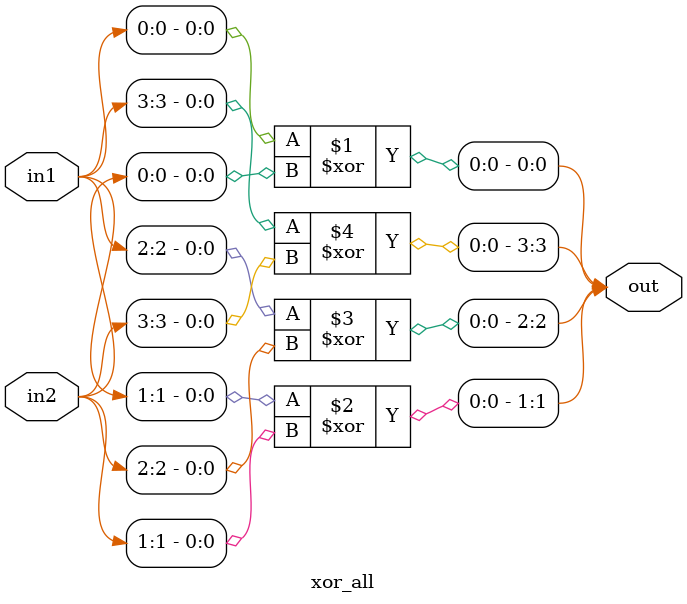
<source format=v>
`timescale 1ns / 1ps
module xor_all(
    input [3:0] in1,
    input [3:0] in2,
    output [3:0] out
    );
	
	xor xor0 (out[0], in1[0], in2[0]);
	xor xor1 (out[1], in1[1], in2[1]);
	xor xor2 (out[2], in1[2], in2[2]);
	xor xor3 (out[3], in1[3], in2[3]);

endmodule

</source>
